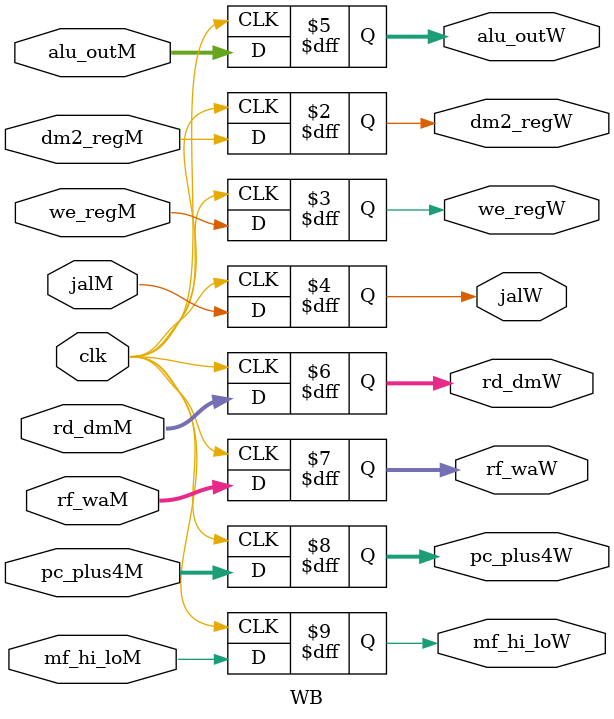
<source format=v>
module WB(
    input wire clk,
    input wire mf_hi_loM,
    input wire dm2_regM,
    input wire we_regM,
    input wire jalM,
    input wire [31:0] pc_plus4M,
    input wire [31:0] alu_outM,
    input wire [31:0] rd_dmM,
    input wire [4:0] rf_waM,
    output reg dm2_regW,
    output reg we_regW,
    output reg jalW,
    output reg [31:0] alu_outW,
    output reg [31:0] rd_dmW,
    output reg [4:0] rf_waW,
    output reg [31:0] pc_plus4W,
    output reg mf_hi_loW
);

    always@(posedge clk)
    begin
        pc_plus4W <= pc_plus4M;
        dm2_regW <= dm2_regM;
        we_regW <= we_regM;
        alu_outW <= alu_outM;
        jalW <= jalM;
        rd_dmW <= rd_dmM;
        rf_waW <= rf_waM;
        mf_hi_loW <= mf_hi_loM;
    end
endmodule
</source>
